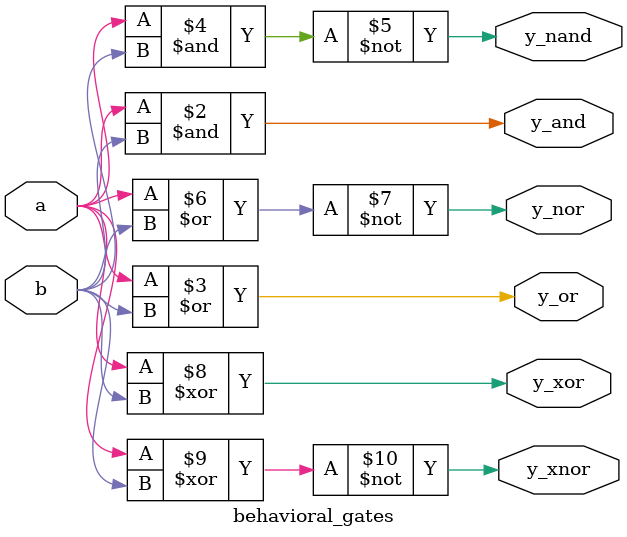
<source format=v>
module behavioral_gates(
input a,b,
output reg y_and,y_or,y_nand,y_nor,y_xor,y_xnor
);

always @(*) begin 

y_and = a&b;
y_or = a|b;
y_nand = ~(a&b);
y_nor = ~(a|b);
y_xor = a^b;
y_xnor = ~(a^b);

end
endmodule


</source>
